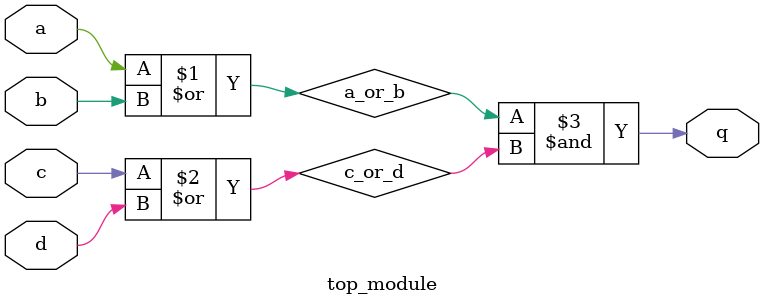
<source format=sv>
module top_module (
	input a, 
	input b, 
	input c, 
	input d,
	output q
);
	
	// OR logic gates for inputs a and b
	wire a_or_b;
	assign a_or_b = a | b;
	
	// OR logic gates for inputs c and d
	wire c_or_d;
	assign c_or_d = c | d;
	
	// AND logic gate for a_or_b and c_or_d
	assign q = a_or_b & c_or_d;
	
endmodule

</source>
